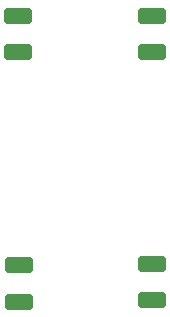
<source format=gbr>
%TF.GenerationSoftware,KiCad,Pcbnew,7.0.7-7.0.7~ubuntu22.04.1*%
%TF.CreationDate,2023-10-27T18:02:48-05:00*%
%TF.ProjectId,PSU,5053552e-6b69-4636-9164-5f7063625858,V1.0*%
%TF.SameCoordinates,Original*%
%TF.FileFunction,Paste,Top*%
%TF.FilePolarity,Positive*%
%FSLAX46Y46*%
G04 Gerber Fmt 4.6, Leading zero omitted, Abs format (unit mm)*
G04 Created by KiCad (PCBNEW 7.0.7-7.0.7~ubuntu22.04.1) date 2023-10-27 18:02:48*
%MOMM*%
%LPD*%
G01*
G04 APERTURE LIST*
G04 Aperture macros list*
%AMRoundRect*
0 Rectangle with rounded corners*
0 $1 Rounding radius*
0 $2 $3 $4 $5 $6 $7 $8 $9 X,Y pos of 4 corners*
0 Add a 4 corners polygon primitive as box body*
4,1,4,$2,$3,$4,$5,$6,$7,$8,$9,$2,$3,0*
0 Add four circle primitives for the rounded corners*
1,1,$1+$1,$2,$3*
1,1,$1+$1,$4,$5*
1,1,$1+$1,$6,$7*
1,1,$1+$1,$8,$9*
0 Add four rect primitives between the rounded corners*
20,1,$1+$1,$2,$3,$4,$5,0*
20,1,$1+$1,$4,$5,$6,$7,0*
20,1,$1+$1,$6,$7,$8,$9,0*
20,1,$1+$1,$8,$9,$2,$3,0*%
G04 Aperture macros list end*
%ADD10RoundRect,0.250000X-0.925000X0.412500X-0.925000X-0.412500X0.925000X-0.412500X0.925000X0.412500X0*%
%ADD11RoundRect,0.250000X0.925000X-0.412500X0.925000X0.412500X-0.925000X0.412500X-0.925000X-0.412500X0*%
G04 APERTURE END LIST*
D10*
%TO.C,C10*%
X190641402Y-88755818D03*
X190641402Y-91830818D03*
%TD*%
%TO.C,C7*%
X179371029Y-109902702D03*
X179371029Y-112977702D03*
%TD*%
%TO.C,C8*%
X190641402Y-109767567D03*
X190641402Y-112842567D03*
%TD*%
D11*
%TO.C,C9*%
X179291379Y-91854981D03*
X179291379Y-88779981D03*
%TD*%
M02*

</source>
